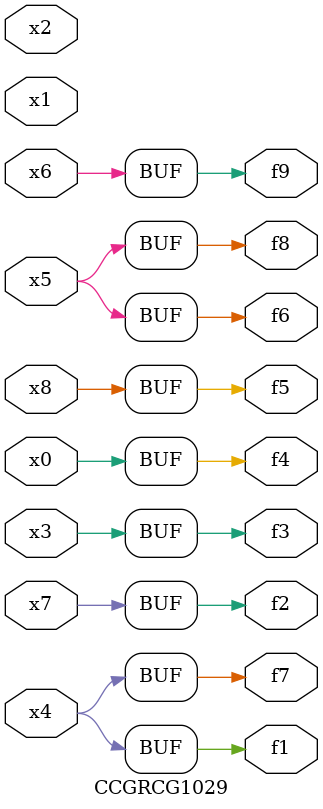
<source format=v>
module CCGRCG1029(
	input x0, x1, x2, x3, x4, x5, x6, x7, x8,
	output f1, f2, f3, f4, f5, f6, f7, f8, f9
);
	assign f1 = x4;
	assign f2 = x7;
	assign f3 = x3;
	assign f4 = x0;
	assign f5 = x8;
	assign f6 = x5;
	assign f7 = x4;
	assign f8 = x5;
	assign f9 = x6;
endmodule

</source>
